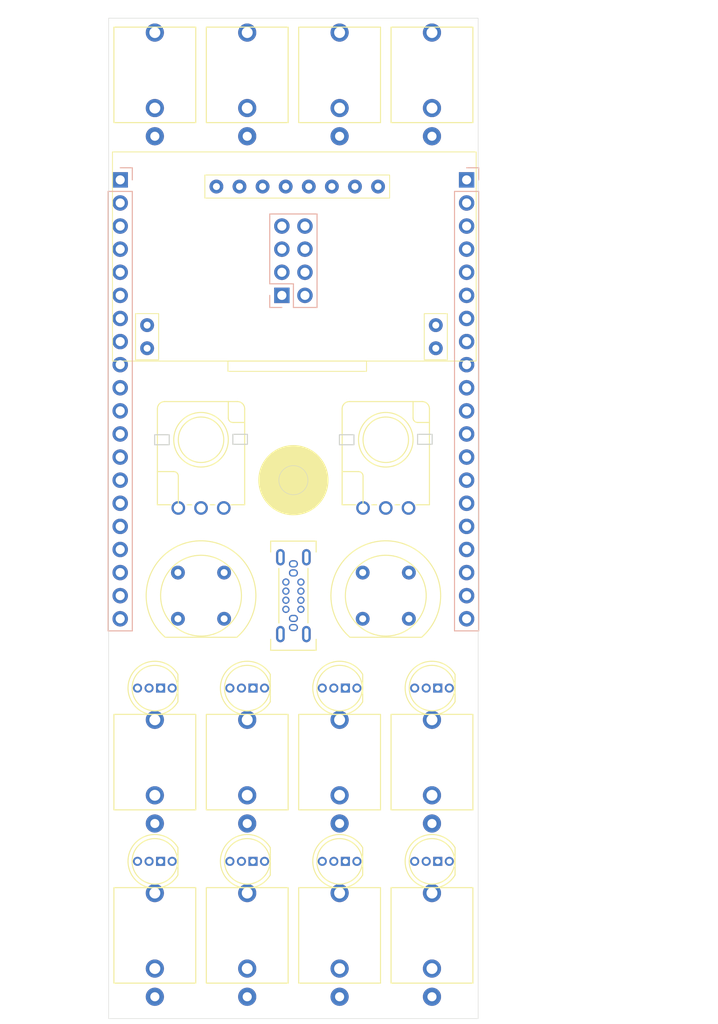
<source format=kicad_pcb>
(kicad_pcb (version 20221018) (generator pcbnew)
  (layers (0 "F.Cu" signal) (31 "B.Cu" signal) (34 "B.Paste" user) (35 "F.Paste" user) (36 "B.SilkS" user "B.Silkscreen") (37 "F.SilkS" user "F.Silkscreen") (38 "B.Mask" user) (39 "F.Mask" user) (44 "Edge.Cuts" user))
  (net 0 "")
  (footprint "allen-synthesis:switch-momentary-c&k" (layer "F.Cu") (at 10.16 63.5)
    (fp_text reference "SW" hide)
    (fp_text value "switch-momentary-c&k")
    (fp_line (start -3.937 4.572) (end 3.937 4.572) (stroke (width 0.12)) (layer "F.SilkS"))
    (fp_arc (start -3.937 4.572) (mid 0 -6.033503) (end 3.937 4.572) (stroke (width 0.12)) (layer "F.SilkS"))
    (fp_circle (center 0 0) (end 4.445 0) (stroke (width 0.12)) (fill none) (layer "F.SilkS"))
    (pad "1" thru_hole circle (at -2.54 2.54) (size 1.524 1.524) (drill 0.762) (layers "*.Cu" "*.Mask"))
    (pad "2" thru_hole circle (at 2.54 -2.54) (size 1.524 1.524) (drill 0.762) (layers "*.Cu" "*.Mask"))
    (pad "3" thru_hole circle (at 2.54 2.54) (size 1.524 1.524) (drill 0.762) (layers "*.Cu" "*.Mask"))
    (pad "4" thru_hole circle (at -2.54 -2.54) (size 1.524 1.524) (drill 0.762) (layers "*.Cu" "*.Mask"))
  )
  (footprint "allen-synthesis:254-5726 RGB Led 5mm" (layer "F.Cu") (at 15.24 92.71)
    (fp_text reference "REF**" hide)
    (fp_text value "254-5726 RGB Led 5mm")
    (fp_line (start 2.540221 -1.5) (end 2.54 1.5) (stroke (width 0.12)) (layer "F.SilkS"))
    (fp_arc (start 2.539999 1.499999) (mid -2.949823 0.011599) (end 2.528124 -1.519928) (stroke (width 0.12)) (layer "F.SilkS"))
    (fp_circle (center 0 0) (end 2.5 0) (stroke (width 0.12)) (fill none) (layer "F.SilkS"))
    (pad "1" thru_hole circle (at -1.905 0) (size 1 1) (drill 0.6) (layers "*.Cu" "*.Mask"))
    (pad "2" thru_hole circle (at -0.635 0) (size 1 1) (drill 0.6) (layers "*.Cu" "*.Mask"))
    (pad "3" thru_hole rect (at 0.635 0) (size 1 1) (drill 0.6) (layers "*.Cu" "*.Mask"))
    (pad "4" thru_hole circle (at 1.905 0) (size 1 1) (drill 0.6) (layers "*.Cu" "*.Mask"))
  )
  (footprint "allen-synthesis:potentiometer-9mm_2hp" (layer "F.Cu") (at 30.48 46.355)
    (fp_text reference "POT" hide)
    (fp_text value "potentiometer-9mm")
    (fp_line (start -4.8 7.15) (end -4.8 -3.4) (stroke (width 0.12)) (layer "F.SilkS"))
    (fp_line (start -3.302 7.15) (end -4.8 7.15) (stroke (width 0.12)) (layer "F.SilkS"))
    (fp_line (start -3 3.5) (end -4.8 3.5) (stroke (width 0.12)) (layer "F.SilkS"))
    (fp_line (start -2.5 7.2) (end -2.5 4) (stroke (width 0.12)) (layer "F.SilkS"))
    (fp_line (start -1.524 7.15) (end -1.016 7.15) (stroke (width 0.12)) (layer "F.SilkS"))
    (fp_line (start 1.016 7.15) (end 1.524 7.15) (stroke (width 0.12)) (layer "F.SilkS"))
    (fp_line (start 3 -4.2) (end 3 -2.4) (stroke (width 0.12)) (layer "F.SilkS"))
    (fp_line (start 3.5 -1.9) (end 4.8 -1.9) (stroke (width 0.12)) (layer "F.SilkS"))
    (fp_line (start 4 -4.2) (end -4 -4.2) (stroke (width 0.12)) (layer "F.SilkS"))
    (fp_line (start 4.8 -3.4) (end 4.8 7.15) (stroke (width 0.12)) (layer "F.SilkS"))
    (fp_line (start 4.8 7.15) (end 3.302 7.15) (stroke (width 0.12)) (layer "F.SilkS"))
    (fp_arc (start -4.8 -3.4) (mid -4.565685 -3.965685) (end -4 -4.2) (stroke (width 0.12)) (layer "F.SilkS"))
    (fp_arc (start -3 3.5) (mid -2.646447 3.646447) (end -2.5 4) (stroke (width 0.12)) (layer "F.SilkS"))
    (fp_arc (start 3.5 -1.9) (mid 3.146447 -2.046447) (end 3 -2.4) (stroke (width 0.12)) (layer "F.SilkS"))
    (fp_arc (start 4 -4.2) (mid 4.565685 -3.965685) (end 4.8 -3.4) (stroke (width 0.12)) (layer "F.SilkS"))
    (fp_circle (center 0 0) (end 2.5 0) (stroke (width 0.12)) (fill none) (layer "F.SilkS"))
    (fp_circle (center 0 0) (end 3 0) (stroke (width 0.12)) (fill none) (layer "F.SilkS"))
    (fp_rect (start -5.1 0.55) (end -3.5 -0.55) (stroke (width 0.12)) (fill none) (layer "Edge.Cuts"))
    (fp_rect (start 3.5 0.5) (end 5.1 -0.6) (stroke (width 0.12)) (fill none) (layer "Edge.Cuts"))
    (pad "1" thru_hole circle (at -2.5 7.5) (size 1.5 1.5) (drill 1) (layers "*.Cu" "*.Mask"))
    (pad "2" thru_hole circle (at 0 7.5) (size 1.5 1.5) (drill 1) (layers "*.Cu" "*.Mask"))
    (pad "3" thru_hole circle (at 2.5 7.5) (size 1.5 1.5) (drill 1) (layers "*.Cu" "*.Mask"))
  )
  (footprint "allen-synthesis:switch-momentary-c&k" (layer "F.Cu") (at 30.48 63.5)
    (fp_text reference "SW" hide)
    (fp_text value "switch-momentary-c&k")
    (fp_line (start -3.937 4.572) (end 3.937 4.572) (stroke (width 0.12)) (layer "F.SilkS"))
    (fp_arc (start -3.937 4.572) (mid 0 -6.033503) (end 3.937 4.572) (stroke (width 0.12)) (layer "F.SilkS"))
    (fp_circle (center 0 0) (end 4.445 0) (stroke (width 0.12)) (fill none) (layer "F.SilkS"))
    (pad "1" thru_hole circle (at -2.54 2.54) (size 1.524 1.524) (drill 0.762) (layers "*.Cu" "*.Mask"))
    (pad "2" thru_hole circle (at 2.54 -2.54) (size 1.524 1.524) (drill 0.762) (layers "*.Cu" "*.Mask"))
    (pad "3" thru_hole circle (at 2.54 2.54) (size 1.524 1.524) (drill 0.762) (layers "*.Cu" "*.Mask"))
    (pad "4" thru_hole circle (at -2.54 -2.54) (size 1.524 1.524) (drill 0.762) (layers "*.Cu" "*.Mask"))
  )
  (footprint "allen-synthesis:254-5726 RGB Led 5mm" (layer "F.Cu") (at 5.08 92.71)
    (fp_text reference "REF**" hide)
    (fp_text value "254-5726 RGB Led 5mm")
    (fp_line (start 2.540221 -1.5) (end 2.54 1.5) (stroke (width 0.12)) (layer "F.SilkS"))
    (fp_arc (start 2.539999 1.499999) (mid -2.949823 0.011599) (end 2.528124 -1.519928) (stroke (width 0.12)) (layer "F.SilkS"))
    (fp_circle (center 0 0) (end 2.5 0) (stroke (width 0.12)) (fill none) (layer "F.SilkS"))
    (pad "1" thru_hole circle (at -1.905 0) (size 1 1) (drill 0.6) (layers "*.Cu" "*.Mask"))
    (pad "2" thru_hole circle (at -0.635 0) (size 1 1) (drill 0.6) (layers "*.Cu" "*.Mask"))
    (pad "3" thru_hole rect (at 0.635 0) (size 1 1) (drill 0.6) (layers "*.Cu" "*.Mask"))
    (pad "4" thru_hole circle (at 1.905 0) (size 1 1) (drill 0.6) (layers "*.Cu" "*.Mask"))
  )
  (footprint "allen-synthesis:potentiometer-9mm_2hp" (layer "F.Cu") (at 10.16 46.355)
    (fp_text reference "POT" hide)
    (fp_text value "potentiometer-9mm")
    (fp_line (start -4.8 7.15) (end -4.8 -3.4) (stroke (width 0.12)) (layer "F.SilkS"))
    (fp_line (start -3.302 7.15) (end -4.8 7.15) (stroke (width 0.12)) (layer "F.SilkS"))
    (fp_line (start -3 3.5) (end -4.8 3.5) (stroke (width 0.12)) (layer "F.SilkS"))
    (fp_line (start -2.5 7.2) (end -2.5 4) (stroke (width 0.12)) (layer "F.SilkS"))
    (fp_line (start -1.524 7.15) (end -1.016 7.15) (stroke (width 0.12)) (layer "F.SilkS"))
    (fp_line (start 1.016 7.15) (end 1.524 7.15) (stroke (width 0.12)) (layer "F.SilkS"))
    (fp_line (start 3 -4.2) (end 3 -2.4) (stroke (width 0.12)) (layer "F.SilkS"))
    (fp_line (start 3.5 -1.9) (end 4.8 -1.9) (stroke (width 0.12)) (layer "F.SilkS"))
    (fp_line (start 4 -4.2) (end -4 -4.2) (stroke (width 0.12)) (layer "F.SilkS"))
    (fp_line (start 4.8 -3.4) (end 4.8 7.15) (stroke (width 0.12)) (layer "F.SilkS"))
    (fp_line (start 4.8 7.15) (end 3.302 7.15) (stroke (width 0.12)) (layer "F.SilkS"))
    (fp_arc (start -4.8 -3.4) (mid -4.565685 -3.965685) (end -4 -4.2) (stroke (width 0.12)) (layer "F.SilkS"))
    (fp_arc (start -3 3.5) (mid -2.646447 3.646447) (end -2.5 4) (stroke (width 0.12)) (layer "F.SilkS"))
    (fp_arc (start 3.5 -1.9) (mid 3.146447 -2.046447) (end 3 -2.4) (stroke (width 0.12)) (layer "F.SilkS"))
    (fp_arc (start 4 -4.2) (mid 4.565685 -3.965685) (end 4.8 -3.4) (stroke (width 0.12)) (layer "F.SilkS"))
    (fp_circle (center 0 0) (end 2.5 0) (stroke (width 0.12)) (fill none) (layer "F.SilkS"))
    (fp_circle (center 0 0) (end 3 0) (stroke (width 0.12)) (fill none) (layer "F.SilkS"))
    (fp_rect (start -5.1 0.55) (end -3.5 -0.55) (stroke (width 0.12)) (fill none) (layer "Edge.Cuts"))
    (fp_rect (start 3.5 0.5) (end 5.1 -0.6) (stroke (width 0.12)) (fill none) (layer "Edge.Cuts"))
    (pad "1" thru_hole circle (at -2.5 7.5) (size 1.5 1.5) (drill 1) (layers "*.Cu" "*.Mask"))
    (pad "2" thru_hole circle (at 0 7.5) (size 1.5 1.5) (drill 1) (layers "*.Cu" "*.Mask"))
    (pad "3" thru_hole circle (at 2.5 7.5) (size 1.5 1.5) (drill 1) (layers "*.Cu" "*.Mask"))
  )
  (footprint "allen-synthesis:jack-thonkiconn-mono" (layer "F.Cu") (at 5.08 6.985 90)
    (fp_text reference "THONK" hide)
    (fp_text value "jack-thonkiconn-mono")
    (fp_rect (start -4.5 4.5) (end 6 -4.5) (stroke (width 0.12)) (fill none) (layer "F.SilkS"))
    (pad "1" thru_hole circle (at -6 0 90) (size 2 2) (drill 1) (layers "*.Cu" "*.Mask"))
    (pad "2" thru_hole circle (at -2.9 0 90) (size 2 2) (drill 1.2) (layers "*.Cu" "*.Mask"))
    (pad "3" thru_hole circle (at 5.4 0 90) (size 2 2) (drill 1.2) (layers "*.Cu" "*.Mask"))
  )
  (footprint "allen-synthesis:jack-thonkiconn-mono" (layer "F.Cu") (at 15.24 101.6 90)
    (fp_text reference "THONK" hide)
    (fp_text value "jack-thonkiconn-mono")
    (fp_rect (start -4.5 4.5) (end 6 -4.5) (stroke (width 0.12)) (fill none) (layer "F.SilkS"))
    (pad "1" thru_hole circle (at -6 0 90) (size 2 2) (drill 1) (layers "*.Cu" "*.Mask"))
    (pad "2" thru_hole circle (at -2.9 0 90) (size 2 2) (drill 1.2) (layers "*.Cu" "*.Mask"))
    (pad "3" thru_hole circle (at 5.4 0 90) (size 2 2) (drill 1.2) (layers "*.Cu" "*.Mask"))
  )
  (footprint "allen-synthesis:jack-thonkiconn-mono" (layer "F.Cu") (at 15.24 82.55 90)
    (fp_text reference "THONK" hide)
    (fp_text value "jack-thonkiconn-mono")
    (fp_rect (start -4.5 4.5) (end 6 -4.5) (stroke (width 0.12)) (fill none) (layer "F.SilkS"))
    (pad "1" thru_hole circle (at -6 0 90) (size 2 2) (drill 1) (layers "*.Cu" "*.Mask"))
    (pad "2" thru_hole circle (at -2.9 0 90) (size 2 2) (drill 1.2) (layers "*.Cu" "*.Mask"))
    (pad "3" thru_hole circle (at 5.4 0 90) (size 2 2) (drill 1.2) (layers "*.Cu" "*.Mask"))
  )
  (footprint "allen-synthesis:jack-thonkiconn-mono" (layer "F.Cu") (at 25.4 6.985 90)
    (fp_text reference "THONK" hide)
    (fp_text value "jack-thonkiconn-mono")
    (fp_rect (start -4.5 4.5) (end 6 -4.5) (stroke (width 0.12)) (fill none) (layer "F.SilkS"))
    (pad "1" thru_hole circle (at -6 0 90) (size 2 2) (drill 1) (layers "*.Cu" "*.Mask"))
    (pad "2" thru_hole circle (at -2.9 0 90) (size 2 2) (drill 1.2) (layers "*.Cu" "*.Mask"))
    (pad "3" thru_hole circle (at 5.4 0 90) (size 2 2) (drill 1.2) (layers "*.Cu" "*.Mask"))
  )
  (footprint "allen-synthesis:254-5726 RGB Led 5mm" (layer "F.Cu") (at 25.4 92.71)
    (fp_text reference "REF**" hide)
    (fp_text value "254-5726 RGB Led 5mm")
    (fp_line (start 2.540221 -1.5) (end 2.54 1.5) (stroke (width 0.12)) (layer "F.SilkS"))
    (fp_arc (start 2.539999 1.499999) (mid -2.949823 0.011599) (end 2.528124 -1.519928) (stroke (width 0.12)) (layer "F.SilkS"))
    (fp_circle (center 0 0) (end 2.5 0) (stroke (width 0.12)) (fill none) (layer "F.SilkS"))
    (pad "1" thru_hole circle (at -1.905 0) (size 1 1) (drill 0.6) (layers "*.Cu" "*.Mask"))
    (pad "2" thru_hole circle (at -0.635 0) (size 1 1) (drill 0.6) (layers "*.Cu" "*.Mask"))
    (pad "3" thru_hole rect (at 0.635 0) (size 1 1) (drill 0.6) (layers "*.Cu" "*.Mask"))
    (pad "4" thru_hole circle (at 1.905 0) (size 1 1) (drill 0.6) (layers "*.Cu" "*.Mask"))
  )
  (footprint "allen-synthesis:254-5726 RGB Led 5mm" (layer "F.Cu") (at 35.56 73.66)
    (fp_text reference "REF**" hide)
    (fp_text value "254-5726 RGB Led 5mm")
    (fp_line (start 2.540221 -1.5) (end 2.54 1.5) (stroke (width 0.12)) (layer "F.SilkS"))
    (fp_arc (start 2.539999 1.499999) (mid -2.949823 0.011599) (end 2.528124 -1.519928) (stroke (width 0.12)) (layer "F.SilkS"))
    (fp_circle (center 0 0) (end 2.5 0) (stroke (width 0.12)) (fill none) (layer "F.SilkS"))
    (pad "1" thru_hole circle (at -1.905 0) (size 1 1) (drill 0.6) (layers "*.Cu" "*.Mask"))
    (pad "2" thru_hole circle (at -0.635 0) (size 1 1) (drill 0.6) (layers "*.Cu" "*.Mask"))
    (pad "3" thru_hole rect (at 0.635 0) (size 1 1) (drill 0.6) (layers "*.Cu" "*.Mask"))
    (pad "4" thru_hole circle (at 1.905 0) (size 1 1) (drill 0.6) (layers "*.Cu" "*.Mask"))
  )
  (footprint "allen-synthesis:254-5726 RGB Led 5mm" (layer "F.Cu") (at 25.4 73.66)
    (fp_text reference "REF**" hide)
    (fp_text value "254-5726 RGB Led 5mm")
    (fp_line (start 2.540221 -1.5) (end 2.54 1.5) (stroke (width 0.12)) (layer "F.SilkS"))
    (fp_arc (start 2.539999 1.499999) (mid -2.949823 0.011599) (end 2.528124 -1.519928) (stroke (width 0.12)) (layer "F.SilkS"))
    (fp_circle (center 0 0) (end 2.5 0) (stroke (width 0.12)) (fill none) (layer "F.SilkS"))
    (pad "1" thru_hole circle (at -1.905 0) (size 1 1) (drill 0.6) (layers "*.Cu" "*.Mask"))
    (pad "2" thru_hole circle (at -0.635 0) (size 1 1) (drill 0.6) (layers "*.Cu" "*.Mask"))
    (pad "3" thru_hole rect (at 0.635 0) (size 1 1) (drill 0.6) (layers "*.Cu" "*.Mask"))
    (pad "4" thru_hole circle (at 1.905 0) (size 1 1) (drill 0.6) (layers "*.Cu" "*.Mask"))
  )
  (footprint "allen-synthesis:jack-thonkiconn-mono" (layer "F.Cu") (at 15.24 6.985 90)
    (fp_text reference "THONK" hide)
    (fp_text value "jack-thonkiconn-mono")
    (fp_rect (start -4.5 4.5) (end 6 -4.5) (stroke (width 0.12)) (fill none) (layer "F.SilkS"))
    (pad "1" thru_hole circle (at -6 0 90) (size 2 2) (drill 1) (layers "*.Cu" "*.Mask"))
    (pad "2" thru_hole circle (at -2.9 0 90) (size 2 2) (drill 1.2) (layers "*.Cu" "*.Mask"))
    (pad "3" thru_hole circle (at 5.4 0 90) (size 2 2) (drill 1.2) (layers "*.Cu" "*.Mask"))
  )
  (footprint "allen-synthesis:jack-thonkiconn-mono" (layer "F.Cu") (at 35.56 101.6 90)
    (fp_text reference "THONK" hide)
    (fp_text value "jack-thonkiconn-mono")
    (fp_rect (start -4.5 4.5) (end 6 -4.5) (stroke (width 0.12)) (fill none) (layer "F.SilkS"))
    (pad "1" thru_hole circle (at -6 0 90) (size 2 2) (drill 1) (layers "*.Cu" "*.Mask"))
    (pad "2" thru_hole circle (at -2.9 0 90) (size 2 2) (drill 1.2) (layers "*.Cu" "*.Mask"))
    (pad "3" thru_hole circle (at 5.4 0 90) (size 2 2) (drill 1.2) (layers "*.Cu" "*.Mask"))
  )
  (footprint "allen-synthesis:USB_C_Vertical_GT-USB-7038X USB" (layer "F.Cu") (at 20.32 63.5 90)
    (fp_text reference "REF**" hide)
    (fp_text value "USB_C_Vertical_GT-USB-7038X")
    (fp_line (start -6 -2.5) (end -6 2.5) (stroke (width 0.12)) (layer "F.SilkS"))
    (fp_line (start -6 -2.5) (end -4.8 -2.5) (stroke (width 0.12)) (layer "F.SilkS"))
    (fp_line (start -6 2.5) (end -4.8 2.5) (stroke (width 0.12)) (layer "F.SilkS"))
    (fp_line (start -3 -1.6) (end 3 -1.6) (stroke (width 0.12)) (layer "F.SilkS"))
    (fp_line (start -3 1.6) (end 3 1.6) (stroke (width 0.12)) (layer "F.SilkS"))
    (fp_line (start 4.8 -2.5) (end 6 -2.5) (stroke (width 0.12)) (layer "F.SilkS"))
    (fp_line (start 4.8 2.5) (end 6 2.5) (stroke (width 0.12)) (layer "F.SilkS"))
    (fp_line (start 6 -2.5) (end 6 2.5) (stroke (width 0.12)) (layer "F.SilkS"))
    (pad "A1" thru_hole oval (at -3.5 0 90) (size 0.8 1) (drill oval 0.5 0.7) (layers "*.Cu" "*.Mask"))
    (pad "A4" thru_hole oval (at -2.5 0 90) (size 0.8 1) (drill oval 0.5 0.7) (layers "*.Cu" "*.Mask"))
    (pad "A5" thru_hole circle (at -1.5 -0.825 90) (size 0.8 0.8) (drill 0.5) (layers "*.Cu" "*.Mask"))
    (pad "A6" thru_hole circle (at -0.5 -0.825 90) (size 0.8 0.8) (drill 0.5) (layers "*.Cu" "*.Mask"))
    (pad "A7" thru_hole circle (at 0.5 -0.825 90) (size 0.8 0.8) (drill 0.5) (layers "*.Cu" "*.Mask"))
    (pad "A8" thru_hole circle (at 1.5 -0.825 90) (size 0.8 0.8) (drill 0.5) (layers "*.Cu" "*.Mask"))
    (pad "B1" thru_hole oval (at 3.5 0 90) (size 0.8 1) (drill oval 0.5 0.7) (layers "*.Cu" "*.Mask"))
    (pad "B4" thru_hole oval (at 2.5 0 90) (size 0.8 1) (drill oval 0.5 0.7) (layers "*.Cu" "*.Mask"))
    (pad "B5" thru_hole circle (at 1.5 0.825 90) (size 0.8 0.8) (drill 0.5) (layers "*.Cu" "*.Mask"))
    (pad "B6" thru_hole circle (at 0.5 0.825 90) (size 0.8 0.8) (drill 0.5) (layers "*.Cu" "*.Mask"))
    (pad "B7" thru_hole circle (at -0.5 0.825 90) (size 0.8 0.8) (drill 0.5) (layers "*.Cu" "*.Mask"))
    (pad "B8" thru_hole circle (at -1.5 0.825 90) (size 0.8 0.8) (drill 0.5) (layers "*.Cu" "*.Mask"))
    (pad "S1" thru_hole oval (at -4.225 -1.43 90) (size 1.8 0.95) (drill oval 1.3 0.45) (layers "*.Cu" "*.Mask"))
    (pad "S1" thru_hole oval (at -4.225 1.43 90) (size 1.8 0.95) (drill oval 1.3 0.45) (layers "*.Cu" "*.Mask"))
    (pad "S1" thru_hole oval (at 4.225 -1.43 90) (size 1.8 0.95) (drill oval 1.3 0.45) (layers "*.Cu" "*.Mask"))
    (pad "S1" thru_hole oval (at 4.225 1.43 90) (size 1.8 0.95) (drill oval 1.3 0.45) (layers "*.Cu" "*.Mask"))
  )
  (footprint "allen-synthesis:jack-thonkiconn-mono" (layer "F.Cu") (at 25.4 82.55 90)
    (fp_text reference "THONK" hide)
    (fp_text value "jack-thonkiconn-mono")
    (fp_rect (start -4.5 4.5) (end 6 -4.5) (stroke (width 0.12)) (fill none) (layer "F.SilkS"))
    (pad "1" thru_hole circle (at -6 0 90) (size 2 2) (drill 1) (layers "*.Cu" "*.Mask"))
    (pad "2" thru_hole circle (at -2.9 0 90) (size 2 2) (drill 1.2) (layers "*.Cu" "*.Mask"))
    (pad "3" thru_hole circle (at 5.4 0 90) (size 2 2) (drill 1.2) (layers "*.Cu" "*.Mask"))
  )
  (footprint "allen-synthesis:jack-thonkiconn-mono" (layer "F.Cu") (at 35.56 6.985 90)
    (fp_text reference "THONK" hide)
    (fp_text value "jack-thonkiconn-mono")
    (fp_rect (start -4.5 4.5) (end 6 -4.5) (stroke (width 0.12)) (fill none) (layer "F.SilkS"))
    (pad "1" thru_hole circle (at -6 0 90) (size 2 2) (drill 1) (layers "*.Cu" "*.Mask"))
    (pad "2" thru_hole circle (at -2.9 0 90) (size 2 2) (drill 1.2) (layers "*.Cu" "*.Mask"))
    (pad "3" thru_hole circle (at 5.4 0 90) (size 2 2) (drill 1.2) (layers "*.Cu" "*.Mask"))
  )
  (footprint "allen-synthesis:254-5726 RGB Led 5mm" (layer "F.Cu") (at 35.56 92.71)
    (fp_text reference "REF**" hide)
    (fp_text value "254-5726 RGB Led 5mm")
    (fp_line (start 2.540221 -1.5) (end 2.54 1.5) (stroke (width 0.12)) (layer "F.SilkS"))
    (fp_arc (start 2.539999 1.499999) (mid -2.949823 0.011599) (end 2.528124 -1.519928) (stroke (width 0.12)) (layer "F.SilkS"))
    (fp_circle (center 0 0) (end 2.5 0) (stroke (width 0.12)) (fill none) (layer "F.SilkS"))
    (pad "1" thru_hole circle (at -1.905 0) (size 1 1) (drill 0.6) (layers "*.Cu" "*.Mask"))
    (pad "2" thru_hole circle (at -0.635 0) (size 1 1) (drill 0.6) (layers "*.Cu" "*.Mask"))
    (pad "3" thru_hole rect (at 0.635 0) (size 1 1) (drill 0.6) (layers "*.Cu" "*.Mask"))
    (pad "4" thru_hole circle (at 1.905 0) (size 1 1) (drill 0.6) (layers "*.Cu" "*.Mask"))
  )
  (footprint "allen-synthesis:jack-thonkiconn-mono" (layer "F.Cu") (at 5.08 82.55 90)
    (fp_text reference "THONK" hide)
    (fp_text value "jack-thonkiconn-mono")
    (fp_rect (start -4.5 4.5) (end 6 -4.5) (stroke (width 0.12)) (fill none) (layer "F.SilkS"))
    (pad "1" thru_hole circle (at -6 0 90) (size 2 2) (drill 1) (layers "*.Cu" "*.Mask"))
    (pad "2" thru_hole circle (at -2.9 0 90) (size 2 2) (drill 1.2) (layers "*.Cu" "*.Mask"))
    (pad "3" thru_hole circle (at 5.4 0 90) (size 2 2) (drill 1.2) (layers "*.Cu" "*.Mask"))
  )
  (footprint "allen-synthesis:jack-thonkiconn-mono" (layer "F.Cu") (at 5.08 101.6 90)
    (fp_text reference "THONK" hide)
    (fp_text value "jack-thonkiconn-mono")
    (fp_rect (start -4.5 4.5) (end 6 -4.5) (stroke (width 0.12)) (fill none) (layer "F.SilkS"))
    (pad "1" thru_hole circle (at -6 0 90) (size 2 2) (drill 1) (layers "*.Cu" "*.Mask"))
    (pad "2" thru_hole circle (at -2.9 0 90) (size 2 2) (drill 1.2) (layers "*.Cu" "*.Mask"))
    (pad "3" thru_hole circle (at 5.4 0 90) (size 2 2) (drill 1.2) (layers "*.Cu" "*.Mask"))
  )
  (footprint "allen-synthesis:Toadstool Tech Enoki" (layer "F.Cu") (at 0.42 14.705)
    (fp_text reference "REF**" hide)
    (fp_text value "Toadstool Tech Enoki")
    (fp_rect (start 0 0) (end 40 23) (stroke (width 0.1)) (fill none) (layer "F.SilkS"))
    (fp_rect (start 5.08 17.78) (end 2.54 22.86) (stroke (width 0.1)) (fill none) (layer "F.SilkS"))
    (fp_rect (start 10.16 2.54) (end 30.48 5.08) (stroke (width 0.1)) (fill none) (layer "F.SilkS"))
    (fp_rect (start 12.7 23) (end 27.94 24.13) (stroke (width 0.1)) (fill none) (layer "F.SilkS"))
    (fp_rect (start 34.29 17.78) (end 36.83 22.86) (stroke (width 0.1)) (fill none) (layer "F.SilkS"))
    (pad "1" thru_hole circle (at 3.81 19.05) (size 1.524 1.524) (drill 0.762) (layers "*.Cu" "*.Mask"))
    (pad "1" thru_hole circle (at 3.81 21.59) (size 1.524 1.524) (drill 0.762) (layers "*.Cu" "*.Mask"))
    (pad "1" thru_hole circle (at 11.43 3.81) (size 1.524 1.524) (drill 0.762) (layers "*.Cu" "*.Mask"))
    (pad "1" thru_hole circle (at 13.97 3.81) (size 1.524 1.524) (drill 0.762) (layers "*.Cu" "*.Mask"))
    (pad "1" thru_hole circle (at 16.51 3.81) (size 1.524 1.524) (drill 0.762) (layers "*.Cu" "*.Mask"))
    (pad "1" thru_hole circle (at 19.05 3.81) (size 1.524 1.524) (drill 0.762) (layers "*.Cu" "*.Mask"))
    (pad "1" thru_hole circle (at 21.59 3.81) (size 1.524 1.524) (drill 0.762) (layers "*.Cu" "*.Mask"))
    (pad "1" thru_hole circle (at 24.13 3.81) (size 1.524 1.524) (drill 0.762) (layers "*.Cu" "*.Mask"))
    (pad "1" thru_hole circle (at 26.67 3.81) (size 1.524 1.524) (drill 0.762) (layers "*.Cu" "*.Mask"))
    (pad "1" thru_hole circle (at 29.21 3.81) (size 1.524 1.524) (drill 0.762) (layers "*.Cu" "*.Mask"))
    (pad "1" thru_hole circle (at 35.56 19.05) (size 1.524 1.524) (drill 0.762) (layers "*.Cu" "*.Mask"))
    (pad "1" thru_hole circle (at 35.56 21.59) (size 1.524 1.524) (drill 0.762) (layers "*.Cu" "*.Mask"))
  )
  (footprint "allen-synthesis:254-5726 RGB Led 5mm" (layer "F.Cu") (at 5.08 73.66)
    (fp_text reference "REF**" hide)
    (fp_text value "254-5726 RGB Led 5mm")
    (fp_line (start 2.540221 -1.5) (end 2.54 1.5) (stroke (width 0.12)) (layer "F.SilkS"))
    (fp_arc (start 2.539999 1.499999) (mid -2.949823 0.011599) (end 2.528124 -1.519928) (stroke (width 0.12)) (layer "F.SilkS"))
    (fp_circle (center 0 0) (end 2.5 0) (stroke (width 0.12)) (fill none) (layer "F.SilkS"))
    (pad "1" thru_hole circle (at -1.905 0) (size 1 1) (drill 0.6) (layers "*.Cu" "*.Mask"))
    (pad "2" thru_hole circle (at -0.635 0) (size 1 1) (drill 0.6) (layers "*.Cu" "*.Mask"))
    (pad "3" thru_hole rect (at 0.635 0) (size 1 1) (drill 0.6) (layers "*.Cu" "*.Mask"))
    (pad "4" thru_hole circle (at 1.905 0) (size 1 1) (drill 0.6) (layers "*.Cu" "*.Mask"))
  )
  (footprint "allen-synthesis:254-5726 RGB Led 5mm" (layer "F.Cu") (at 15.24 73.66)
    (fp_text reference "REF**" hide)
    (fp_text value "254-5726 RGB Led 5mm")
    (fp_line (start 2.540221 -1.5) (end 2.54 1.5) (stroke (width 0.12)) (layer "F.SilkS"))
    (fp_arc (start 2.539999 1.499999) (mid -2.949823 0.011599) (end 2.528124 -1.519928) (stroke (width 0.12)) (layer "F.SilkS"))
    (fp_circle (center 0 0) (end 2.5 0) (stroke (width 0.12)) (fill none) (layer "F.SilkS"))
    (pad "1" thru_hole circle (at -1.905 0) (size 1 1) (drill 0.6) (layers "*.Cu" "*.Mask"))
    (pad "2" thru_hole circle (at -0.635 0) (size 1 1) (drill 0.6) (layers "*.Cu" "*.Mask"))
    (pad "3" thru_hole rect (at 0.635 0) (size 1 1) (drill 0.6) (layers "*.Cu" "*.Mask"))
    (pad "4" thru_hole circle (at 1.905 0) (size 1 1) (drill 0.6) (layers "*.Cu" "*.Mask"))
  )
  (footprint "allen-synthesis:jack-thonkiconn-mono" (layer "F.Cu") (at 25.4 101.6 90)
    (fp_text reference "THONK" hide)
    (fp_text value "jack-thonkiconn-mono")
    (fp_rect (start -4.5 4.5) (end 6 -4.5) (stroke (width 0.12)) (fill none) (layer "F.SilkS"))
    (pad "1" thru_hole circle (at -6 0 90) (size 2 2) (drill 1) (layers "*.Cu" "*.Mask"))
    (pad "2" thru_hole circle (at -2.9 0 90) (size 2 2) (drill 1.2) (layers "*.Cu" "*.Mask"))
    (pad "3" thru_hole circle (at 5.4 0 90) (size 2 2) (drill 1.2) (layers "*.Cu" "*.Mask"))
  )
  (footprint "allen-synthesis:jack-thonkiconn-mono" (layer "F.Cu") (at 35.56 82.55 90)
    (fp_text reference "THONK" hide)
    (fp_text value "jack-thonkiconn-mono")
    (fp_rect (start -4.5 4.5) (end 6 -4.5) (stroke (width 0.12)) (fill none) (layer "F.SilkS"))
    (pad "1" thru_hole circle (at -6 0 90) (size 2 2) (drill 1) (layers "*.Cu" "*.Mask"))
    (pad "2" thru_hole circle (at -2.9 0 90) (size 2 2) (drill 1.2) (layers "*.Cu" "*.Mask"))
    (pad "3" thru_hole circle (at 5.4 0 90) (size 2 2) (drill 1.2) (layers "*.Cu" "*.Mask"))
  )
  (footprint "Connector_PinHeader_2.54mm:PinHeader_2x04_P2.54mm_Vertical" (layer "B.Cu") (at 19.05 30.48)
    (fp_text reference "REF**" hide)
    (fp_text value "PinHeader_2x04_P2.54mm_Vertical")
    (fp_line (start -1.33 -8.95) (end 3.87 -8.95) (stroke (width 0.12)) (layer "B.SilkS"))
    (fp_line (start -1.33 -1.27) (end -1.33 -8.95) (stroke (width 0.12)) (layer "B.SilkS"))
    (fp_line (start -1.33 -1.27) (end 1.27 -1.27) (stroke (width 0.12)) (layer "B.SilkS"))
    (fp_line (start -1.33 0) (end -1.33 1.33) (stroke (width 0.12)) (layer "B.SilkS"))
    (fp_line (start -1.33 1.33) (end 0 1.33) (stroke (width 0.12)) (layer "B.SilkS"))
    (fp_line (start 1.27 -1.27) (end 1.27 1.33) (stroke (width 0.12)) (layer "B.SilkS"))
    (fp_line (start 1.27 1.33) (end 3.87 1.33) (stroke (width 0.12)) (layer "B.SilkS"))
    (fp_line (start 3.87 1.33) (end 3.87 -8.95) (stroke (width 0.12)) (layer "B.SilkS"))
    (pad "1" thru_hole rect (at 0 0) (size 1.7 1.7) (drill 1) (layers "*.Cu" "*.Mask"))
    (pad "2" thru_hole oval (at 2.54 0) (size 1.7 1.7) (drill 1) (layers "*.Cu" "*.Mask"))
    (pad "3" thru_hole oval (at 0 -2.54) (size 1.7 1.7) (drill 1) (layers "*.Cu" "*.Mask"))
    (pad "4" thru_hole oval (at 2.54 -2.54) (size 1.7 1.7) (drill 1) (layers "*.Cu" "*.Mask"))
    (pad "5" thru_hole oval (at 0 -5.08) (size 1.7 1.7) (drill 1) (layers "*.Cu" "*.Mask"))
    (pad "6" thru_hole oval (at 2.54 -5.08) (size 1.7 1.7) (drill 1) (layers "*.Cu" "*.Mask"))
    (pad "7" thru_hole oval (at 0 -7.62) (size 1.7 1.7) (drill 1) (layers "*.Cu" "*.Mask"))
    (pad "8" thru_hole oval (at 2.54 -7.62) (size 1.7 1.7) (drill 1) (layers "*.Cu" "*.Mask"))
  )
  (footprint "Connector_PinHeader_2.54mm:PinHeader_1x20_P2.54mm_Vertical" (layer "B.Cu") (at 1.27 17.78 180)
    (fp_text reference "REF**" hide)
    (fp_text value "PinHeader_1x20_P2.54mm_Vertical")
    (fp_line (start -1.33 -49.59) (end 1.33 -49.59) (stroke (width 0.12)) (layer "B.SilkS"))
    (fp_line (start -1.33 -1.27) (end -1.33 -49.59) (stroke (width 0.12)) (layer "B.SilkS"))
    (fp_line (start -1.33 -1.27) (end 1.33 -1.27) (stroke (width 0.12)) (layer "B.SilkS"))
    (fp_line (start -1.33 0) (end -1.33 1.33) (stroke (width 0.12)) (layer "B.SilkS"))
    (fp_line (start -1.33 1.33) (end 0 1.33) (stroke (width 0.12)) (layer "B.SilkS"))
    (fp_line (start 1.33 -1.27) (end 1.33 -49.59) (stroke (width 0.12)) (layer "B.SilkS"))
    (pad "1" thru_hole rect (at 0 0 180) (size 1.7 1.7) (drill 1) (layers "*.Cu" "*.Mask"))
    (pad "2" thru_hole oval (at 0 -2.54 180) (size 1.7 1.7) (drill 1) (layers "*.Cu" "*.Mask"))
    (pad "3" thru_hole oval (at 0 -5.08 180) (size 1.7 1.7) (drill 1) (layers "*.Cu" "*.Mask"))
    (pad "4" thru_hole oval (at 0 -7.62 180) (size 1.7 1.7) (drill 1) (layers "*.Cu" "*.Mask"))
    (pad "5" thru_hole oval (at 0 -10.16 180) (size 1.7 1.7) (drill 1) (layers "*.Cu" "*.Mask"))
    (pad "6" thru_hole oval (at 0 -12.7 180) (size 1.7 1.7) (drill 1) (layers "*.Cu" "*.Mask"))
    (pad "7" thru_hole oval (at 0 -15.24 180) (size 1.7 1.7) (drill 1) (layers "*.Cu" "*.Mask"))
    (pad "8" thru_hole oval (at 0 -17.78 180) (size 1.7 1.7) (drill 1) (layers "*.Cu" "*.Mask"))
    (pad "9" thru_hole oval (at 0 -20.32 180) (size 1.7 1.7) (drill 1) (layers "*.Cu" "*.Mask"))
    (pad "10" thru_hole oval (at 0 -22.86 180) (size 1.7 1.7) (drill 1) (layers "*.Cu" "*.Mask"))
    (pad "11" thru_hole oval (at 0 -25.4 180) (size 1.7 1.7) (drill 1) (layers "*.Cu" "*.Mask"))
    (pad "12" thru_hole oval (at 0 -27.94 180) (size 1.7 1.7) (drill 1) (layers "*.Cu" "*.Mask"))
    (pad "13" thru_hole oval (at 0 -30.48 180) (size 1.7 1.7) (drill 1) (layers "*.Cu" "*.Mask"))
    (pad "14" thru_hole oval (at 0 -33.02 180) (size 1.7 1.7) (drill 1) (layers "*.Cu" "*.Mask"))
    (pad "15" thru_hole oval (at 0 -35.56 180) (size 1.7 1.7) (drill 1) (layers "*.Cu" "*.Mask"))
    (pad "16" thru_hole oval (at 0 -38.1 180) (size 1.7 1.7) (drill 1) (layers "*.Cu" "*.Mask"))
    (pad "17" thru_hole oval (at 0 -40.64 180) (size 1.7 1.7) (drill 1) (layers "*.Cu" "*.Mask"))
    (pad "18" thru_hole oval (at 0 -43.18 180) (size 1.7 1.7) (drill 1) (layers "*.Cu" "*.Mask"))
    (pad "19" thru_hole oval (at 0 -45.72 180) (size 1.7 1.7) (drill 1) (layers "*.Cu" "*.Mask"))
    (pad "20" thru_hole oval (at 0 -48.26 180) (size 1.7 1.7) (drill 1) (layers "*.Cu" "*.Mask"))
  )
  (footprint "Connector_PinHeader_2.54mm:PinHeader_1x20_P2.54mm_Vertical" (layer "B.Cu") (at 39.37 17.78 180)
    (fp_text reference "REF**" hide)
    (fp_text value "PinHeader_1x20_P2.54mm_Vertical")
    (fp_line (start -1.33 -49.59) (end 1.33 -49.59) (stroke (width 0.12)) (layer "B.SilkS"))
    (fp_line (start -1.33 -1.27) (end -1.33 -49.59) (stroke (width 0.12)) (layer "B.SilkS"))
    (fp_line (start -1.33 -1.27) (end 1.33 -1.27) (stroke (width 0.12)) (layer "B.SilkS"))
    (fp_line (start -1.33 0) (end -1.33 1.33) (stroke (width 0.12)) (layer "B.SilkS"))
    (fp_line (start -1.33 1.33) (end 0 1.33) (stroke (width 0.12)) (layer "B.SilkS"))
    (fp_line (start 1.33 -1.27) (end 1.33 -49.59) (stroke (width 0.12)) (layer "B.SilkS"))
    (pad "1" thru_hole rect (at 0 0 180) (size 1.7 1.7) (drill 1) (layers "*.Cu" "*.Mask"))
    (pad "2" thru_hole oval (at 0 -2.54 180) (size 1.7 1.7) (drill 1) (layers "*.Cu" "*.Mask"))
    (pad "3" thru_hole oval (at 0 -5.08 180) (size 1.7 1.7) (drill 1) (layers "*.Cu" "*.Mask"))
    (pad "4" thru_hole oval (at 0 -7.62 180) (size 1.7 1.7) (drill 1) (layers "*.Cu" "*.Mask"))
    (pad "5" thru_hole oval (at 0 -10.16 180) (size 1.7 1.7) (drill 1) (layers "*.Cu" "*.Mask"))
    (pad "6" thru_hole oval (at 0 -12.7 180) (size 1.7 1.7) (drill 1) (layers "*.Cu" "*.Mask"))
    (pad "7" thru_hole oval (at 0 -15.24 180) (size 1.7 1.7) (drill 1) (layers "*.Cu" "*.Mask"))
    (pad "8" thru_hole oval (at 0 -17.78 180) (size 1.7 1.7) (drill 1) (layers "*.Cu" "*.Mask"))
    (pad "9" thru_hole oval (at 0 -20.32 180) (size 1.7 1.7) (drill 1) (layers "*.Cu" "*.Mask"))
    (pad "10" thru_hole oval (at 0 -22.86 180) (size 1.7 1.7) (drill 1) (layers "*.Cu" "*.Mask"))
    (pad "11" thru_hole oval (at 0 -25.4 180) (size 1.7 1.7) (drill 1) (layers "*.Cu" "*.Mask"))
    (pad "12" thru_hole oval (at 0 -27.94 180) (size 1.7 1.7) (drill 1) (layers "*.Cu" "*.Mask"))
    (pad "13" thru_hole oval (at 0 -30.48 180) (size 1.7 1.7) (drill 1) (layers "*.Cu" "*.Mask"))
    (pad "14" thru_hole oval (at 0 -33.02 180) (size 1.7 1.7) (drill 1) (layers "*.Cu" "*.Mask"))
    (pad "15" thru_hole oval (at 0 -35.56 180) (size 1.7 1.7) (drill 1) (layers "*.Cu" "*.Mask"))
    (pad "16" thru_hole oval (at 0 -38.1 180) (size 1.7 1.7) (drill 1) (layers "*.Cu" "*.Mask"))
    (pad "17" thru_hole oval (at 0 -40.64 180) (size 1.7 1.7) (drill 1) (layers "*.Cu" "*.Mask"))
    (pad "18" thru_hole oval (at 0 -43.18 180) (size 1.7 1.7) (drill 1) (layers "*.Cu" "*.Mask"))
    (pad "19" thru_hole oval (at 0 -45.72 180) (size 1.7 1.7) (drill 1) (layers "*.Cu" "*.Mask"))
    (pad "20" thru_hole oval (at 0 -48.26 180) (size 1.7 1.7) (drill 1) (layers "*.Cu" "*.Mask"))
  )
  (gr_circle (center 20.32 50.8) (end 24.13 50.8) (stroke (width 0.1)) (fill solid) (layer "F.SilkS"))
  (gr_rect (start 0 0) (end 40.64 110) (stroke (width 0.05)) (fill none) (layer "Edge.Cuts"))
  (gr_circle (center 20.32 50.8) (end 21.92 50.8) (stroke (width 0.05)) (fill none) (layer "Edge.Cuts"))
)
</source>
